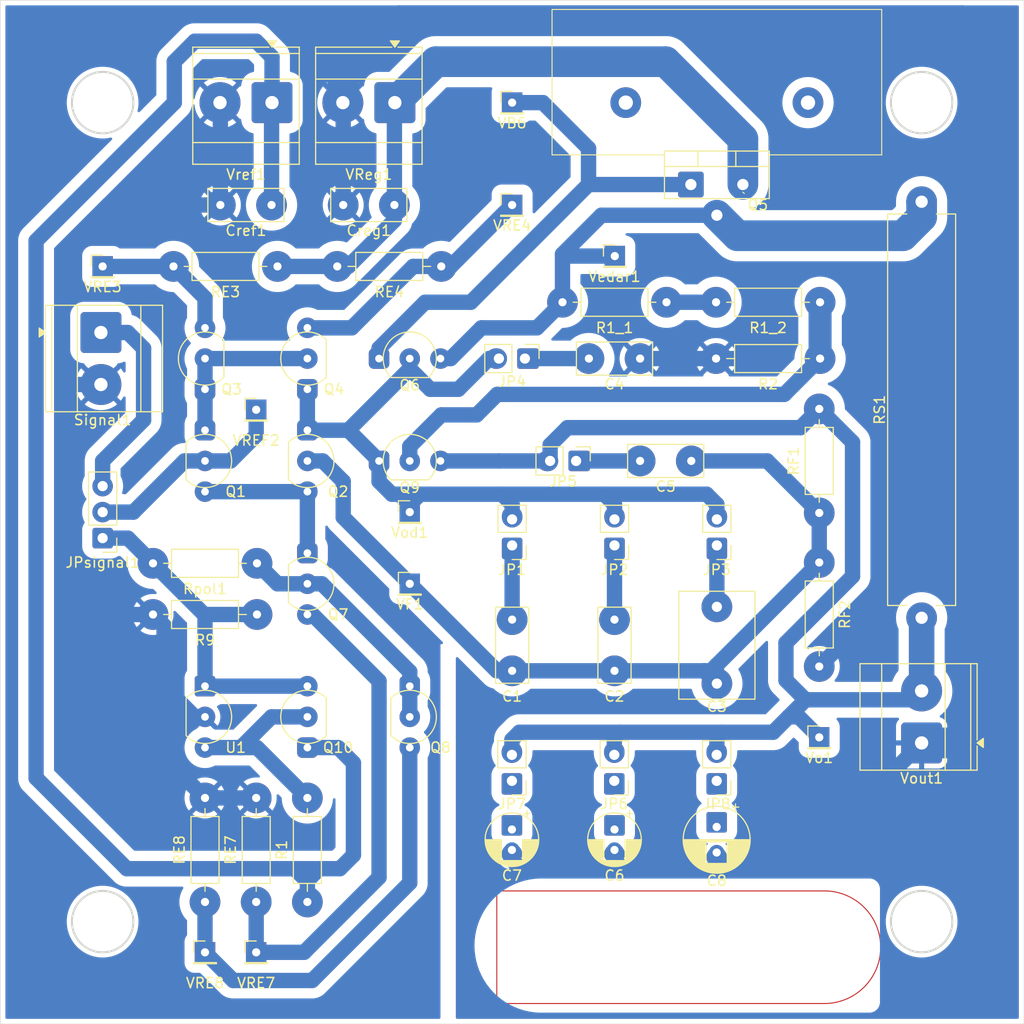
<source format=kicad_pcb>
(kicad_pcb (version 20241229) (generator "pcbnew") (generator_version "9.0")
  (layers (0 "F.Cu" signal) (2 "B.Cu" signal) (13 "F.Paste" user) (15 "B.Paste" user) (5 "F.SilkS" user "F.Silkscreen") (7 "B.SilkS" user "B.Silkscreen") (1 "F.Mask" user) (3 "B.Mask" user) (25 "Edge.Cuts" user))
  (net 0 "")
  (net 1 "GND")
  (net 2 "/Vf")
  (net 3 "Net-(JP5-A)")
  (net 4 "Net-(JP6-A)")
  (net 5 "Net-(JP1-A)")
  (net 6 "Net-(JP2-A)")
  (net 7 "Net-(Q1-C)")
  (net 8 "Net-(Q1-E)")
  (net 9 "Net-(Q3-E)")
  (net 10 "Net-(Q4-E)")
  (net 11 "/Vreg")
  (net 12 "Net-(Q5-C)")
  (net 13 "Net-(Q5-B)")
  (net 14 "Net-(Q7-E)")
  (net 15 "Net-(Q7-B)")
  (net 16 "Net-(Q8-E)")
  (net 17 "Net-(Q9-B)")
  (net 18 "Net-(Q10-C)")
  (net 19 "Net-(Q10-B)")
  (net 20 "Net-(R1_1-Pad2)")
  (net 21 "Net-(JP7-A)")
  (net 22 "Net-(JP8-A)")
  (net 23 "Net-(JP3-A)")
  (net 24 "Net-(JP4-A)")
  (net 25 "Net-(JP5-B)")
  (net 26 "Net-(JPsignal1-B)")
  (net 27 "Net-(JPsignal1-C)")
  (net 28 "/VTL431")
  (net 29 "Net-(JP1-B)")
  (footprint "Regulador_Lineal:Resistor_1_4W_L6.3mm_D2.5mm_P10.16mm_Horizontal" (layer "F.Cu") (at 60 29.5)
    (property "Reference" "R1_1" (at 0.01 2.5 0) (layer "F.SilkS"))
    (property "Value" "220")
    (pad "1" thru_hole circle (at -5.08 0) (size 3 3) (drill 0.8) (layers "*.Cu" "*.Mask") (net 12 "Net-(Q5-C)"))
    (pad "2" thru_hole circle (at 5.08 0) (size 3 3) (drill 0.8) (layers "*.Cu" "*.Mask") (net 20 "Net-(R1_1-Pad2)"))
  )
  (footprint "Regulador_Lineal:Resistor_1_4W_L6.3mm_D2.5mm_P10.16mm_Horizontal" (layer "F.Cu") (at 22 26 180)
    (property "Reference" "RE3" (at 0 -2.5 0) (layer "F.SilkS"))
    (property "Value" "470")
    (pad "1" thru_hole circle (at -5.08 0 180) (size 3 3) (drill 0.8) (layers "*.Cu" "*.Mask") (net 11 "/Vreg"))
    (pad "2" thru_hole circle (at 5.08 0 180) (size 3 3) (drill 0.8) (layers "*.Cu" "*.Mask") (net 9 "Net-(Q3-E)"))
  )
  (footprint "Regulador_Lineal:PinHeader_1x02_P2.54mm_Vertical" (layer "F.Cu") (at 69.98 75 180)
    (property "Reference" "JP8" (at 0 -3.5 0) (layer "F.SilkS"))
    (property "Value" "Lazo_V")
    (pad "1" thru_hole roundrect (at 0 -1.25 180) (size 2 2.1) (drill 1 (offset 0 -0.3)) (layers "*.Cu" "*.Mask") (roundrect_rratio 0.119047619) (net 22 "Net-(JP8-A)"))
    (pad "2" thru_hole oval (at 0 1.29 180) (size 2 2.1) (drill 1 (offset 0 0.26)) (layers "*.Cu" "*.Mask") (net 25 "Net-(JP5-B)"))
  )
  (footprint "Regulador_Lineal:Capacitor_electrolitico_1u_Radial_D5.0mm_P2.00mm" (layer "F.Cu") (at 60 82 -90)
    (property "Reference" "C6" (at 3.5 0 180) (layer "F.SilkS"))
    (property "Value" "1u")
    (pad "1" thru_hole roundrect (at -1 0 270) (size 2 2) (drill 0.8 (offset -0.4 0)) (layers "*.Cu" "*.Mask") (roundrect_rratio 0.1136363636) (net 4 "Net-(JP6-A)"))
    (pad "2" thru_hole oval (at 1 0 270) (size 2 2) (drill 0.8 (offset 0.4 0)) (layers "*.Cu" "*.Mask") (net 1 "GND"))
  )
  (footprint "Regulador_Lineal:Capacitor_1nf_L7.2mm_W3.0mm_P5.00mm_FKS2_FKP2_MKS2_MKP2" (layer "F.Cu") (at 50 63 -90)
    (property "Reference" "C1" (at 5 0 0) (layer "F.SilkS"))
    (property "Value" "1n")
    (pad "1" thru_hole circle (at -2.5 0 270) (size 3 3) (drill 0.8) (layers "*.Cu" "*.Mask") (net 5 "Net-(JP1-A)"))
    (pad "2" thru_hole circle (at 2.5 0 270) (size 3 3) (drill 0.8) (layers "*.Cu" "*.Mask") (net 2 "/Vf"))
  )
  (footprint "Regulador_Lineal:Pin_Vertical_1x01_P2.54mm_Vertical" (layer "F.Cu") (at 50 20)
    (property "Reference" "VRE4" (at 0 2 0) (layer "F.SilkS"))
    (property "Value" "Conn_01x01_Pin")
    (pad "1" thru_hole rect (at 0 0) (size 2 2) (drill 0.8) (layers "*.Cu" "*.Mask") (net 10 "Net-(Q4-E)"))
  )
  (footprint "Regulador_Lineal:Resistor_1_4W_L6.3mm_D2.5mm_P10.16mm_Horizontal" (layer "F.Cu") (at 75 35 180)
    (property "Reference" "R2" (at 0 -2.5 0) (layer "F.SilkS"))
    (property "Value" "10K")
    (pad "1" thru_hole circle (at -5.08 0 180) (size 3 3) (drill 0.8) (layers "*.Cu" "*.Mask") (net 17 "Net-(Q9-B)"))
    (pad "2" thru_hole circle (at 5.08 0 180) (size 3 3) (drill 0.8) (layers "*.Cu" "*.Mask") (net 1 "GND"))
  )
  (footprint "Regulador_Lineal:PinHeader_1x02_P2.54mm_Vertical" (layer "F.Cu") (at 70 52 180)
    (property "Reference" "JP3" (at 0 -3.63 0) (layer "F.SilkS"))
    (property "Value" "Lazo_V")
    (pad "1" thru_hole roundrect (at 0 -1.25 180) (size 2 2.1) (drill 1 (offset 0 -0.3)) (layers "*.Cu" "*.Mask") (roundrect_rratio 0.119047619) (net 23 "Net-(JP3-A)"))
    (pad "2" thru_hole oval (at 0 1.29 180) (size 2 2.1) (drill 1 (offset 0 0.26)) (layers "*.Cu" "*.Mask") (net 29 "Net-(JP1-B)"))
  )
  (footprint "Regulador_Lineal:Terminal_MKDS-3-2-5.08_1x02_P5.08mm_Horizontal" (layer "F.Cu") (at 38.545 10 180)
    (property "Reference" "VReg1" (at 2.54 -7.02 0) (layer "F.SilkS"))
    (property "Value" "Screw_Terminal_01x02")
    (pad "1" thru_hole roundrect (at 0 0 180) (size 4 4) (drill 1.3) (layers "*.Cu" "*.Mask") (roundrect_rratio 0.096154) (net 11 "/Vreg"))
    (pad "2" thru_hole circle (at 5.08 0 180) (size 4 4) (drill 1.3) (layers "*.Cu" "*.Mask") (net 1 "GND"))
  )
  (footprint "Regulador_Lineal:Terminal_MKDS-3-2-5.08_1x02_P5.08mm_Horizontal" (layer "F.Cu") (at 26.545 10 180)
    (property "Reference" "Vref1" (at 2.54 -7.02 0) (layer "F.SilkS"))
    (property "Value" "Screw_Terminal_01x02")
    (pad "1" thru_hole roundrect (at 0 0 180) (size 4 4) (drill 1.3) (layers "*.Cu" "*.Mask") (roundrect_rratio 0.096154) (net 18 "Net-(Q10-C)"))
    (pad "2" thru_hole circle (at 5.08 0 180) (size 4 4) (drill 1.3) (layers "*.Cu" "*.Mask") (net 1 "GND"))
  )
  (footprint "Regulador_Lineal:Terminal_MKDS-3-2-5.08_1x02_P5.08mm_Horizontal" (layer "F.Cu") (at 90 72.545 90)
    (property "Reference" "Vout1" (at -3.455 0 180) (layer "F.SilkS"))
    (property "Value" "Screw_Terminal_01x02")
    (pad "1" thru_hole roundrect (at 0 0 90) (size 4 4) (drill 1.3) (layers "*.Cu" "*.Mask") (roundrect_rratio 0.096154) (net 1 "GND"))
    (pad "2" thru_hole circle (at 5.08 0 90) (size 4 4) (drill 1.3) (layers "*.Cu" "*.Mask") (net 25 "Net-(JP5-B)"))
  )
  (footprint "Regulador_Lineal:BC547" (layer "F.Cu") (at 30 57 -90)
    (property "Reference" "Q7" (at 3 -3 180) (layer "F.SilkS"))
    (property "Value" "BC547")
    (pad "1" thru_hole roundrect (at -3 0 270) (size 2 2) (drill 0.75) (layers "*.Cu" "*.Mask") (roundrect_rratio 0.2380952381) (net 8 "Net-(Q1-E)"))
    (pad "2" thru_hole circle (at 0 0 270) (size 2 2) (drill 0.75) (layers "*.Cu" "*.Mask") (net 15 "Net-(Q7-B)"))
    (pad "3" thru_hole circle (at 3 0 270) (size 2 2) (drill 0.75) (layers "*.Cu" "*.Mask") (net 14 "Net-(Q7-E)"))
  )
  (footprint "Regulador_Lineal:BC547" (layer "F.Cu") (at 30 70 90)
    (property "Reference" "Q10" (at -3 3 180) (layer "F.SilkS"))
    (property "Value" "BC547")
    (pad "1" thru_hole roundrect (at -3 0 90) (size 2 2) (drill 0.75) (layers "*.Cu" "*.Mask") (roundrect_rratio 0.2380952381) (net 18 "Net-(Q10-C)"))
    (pad "2" thru_hole circle (at 0 0 90) (size 2 2) (drill 0.75) (layers "*.Cu" "*.Mask") (net 19 "Net-(Q10-B)"))
    (pad "3" thru_hole circle (at 3 0 90) (size 2 2) (drill 0.75) (layers "*.Cu" "*.Mask") (net 28 "/VTL431"))
  )
  (footprint "Regulador_Lineal:Resistor_1_4W_L6.3mm_D2.5mm_P10.16mm_Horizontal" (layer "F.Cu") (at 75 29.5)
    (property "Reference" "R1_2" (at 0 2.5 0) (layer "F.SilkS"))
    (property "Value" "4.7K")
    (pad "1" thru_hole circle (at -5.08 0) (size 3 3) (drill 0.8) (layers "*.Cu" "*.Mask") (net 20 "Net-(R1_1-Pad2)"))
    (pad "2" thru_hole circle (at 5.08 0) (size 3 3) (drill 0.8) (layers "*.Cu" "*.Mask") (net 17 "Net-(Q9-B)"))
  )
  (footprint "Regulador_Lineal:PinHeader_1x02_P2.54mm_Vertical" (layer "F.Cu") (at 49.98 75 180)
    (property "Reference" "JP7" (at 0 -3.5 0) (layer "F.SilkS"))
    (property "Value" "Lazo_V")
    (pad "1" thru_hole roundrect (at 0 -1.25 180) (size 2 2.1) (drill 1 (offset 0 -0.3)) (layers "*.Cu" "*.Mask") (roundrect_rratio 0.119047619) (net 21 "Net-(JP7-A)"))
    (pad "2" thru_hole oval (at 0 1.29 180) (size 2 2.1) (drill 1 (offset 0 0.26)) (layers "*.Cu" "*.Mask") (net 25 "Net-(JP5-B)"))
  )
  (footprint "Regulador_Lineal:Pin_Vertical_1x01_P2.54mm_Vertical" (layer "F.Cu") (at 40 57)
    (property "Reference" "VF1" (at 0 2 0) (layer "F.SilkS"))
    (property "Value" "Conn_01x01_Pin")
    (pad "1" thru_hole rect (at 0 0) (size 2 2) (drill 0.8) (layers "*.Cu" "*.Mask") (net 2 "/Vf"))
  )
  (footprint "Regulador_Lineal:Capacitor_10nf_L7.2mm_W3.0mm_P5.00mm_FKS2_FKP2_MKS2_MKP2" (layer "F.Cu") (at 65 45)
    (property "Reference" "C5" (at 0 2.5 0) (layer "F.SilkS"))
    (property "Value" "10n")
    (pad "1" thru_hole circle (at -2.5 0) (size 3 3) (drill 0.8) (layers "*.Cu" "*.Mask") (net 3 "Net-(JP5-A)"))
    (pad "2" thru_hole circle (at 2.5 0) (size 3 3) (drill 0.8) (layers "*.Cu" "*.Mask") (net 2 "/Vf"))
  )
  (footprint "Regulador_Lineal:Pin_Vertical_1x01_P2.54mm_Vertical" (layer "F.Cu") (at 25 93)
    (property "Reference" "VRE7" (at 0 3 0) (layer "F.SilkS"))
    (property "Value" "Conn_01x01_Pin")
    (pad "1" thru_hole rect (at 0 0) (size 2 2) (drill 0.8) (layers "*.Cu" "*.Mask") (net 14 "Net-(Q7-E)"))
  )
  (footprint "Regulador_Lineal:BC557" (layer "F.Cu") (at 30 35 90)
    (property "Reference" "Q4" (at -3 2.6 180) (layer "F.SilkS"))
    (property "Value" "BC557")
    (pad "1" thru_hole roundrect (at -3 0 90) (size 2 2) (drill 0.75) (layers "*.Cu" "*.Mask") (roundrect_rratio 0.2380952381) (net 29 "Net-(JP1-B)"))
    (pad "2" thru_hole circle (at 0 0 90) (size 2 2) (drill 0.75) (layers "*.Cu" "*.Mask") (net 7 "Net-(Q1-C)"))
    (pad "3" thru_hole circle (at 3 0 90) (size 2 2) (drill 0.75) (layers "*.Cu" "*.Mask") (net 10 "Net-(Q4-E)"))
  )
  (footprint "Regulador_Lineal:PinHeader_1x02_P2.54mm_Vertical" (layer "F.Cu") (at 55 45 -90)
    (property "Reference" "JP5" (at 2 0.02 180) (layer "F.SilkS"))
    (property "Value" "Lazo_V")
    (pad "1" thru_hole roundrect (at 0 -1.25 270) (size 2 2.1) (drill 1 (offset 0 -0.3)) (layers "*.Cu" "*.Mask") (roundrect_rratio 0.119047619) (net 3 "Net-(JP5-A)"))
    (pad "2" thru_hole oval (at 0 1.29 270) (size 2 2.1) (drill 1 (offset 0 0.26)) (layers "*.Cu" "*.Mask") (net 25 "Net-(JP5-B)"))
  )
  (footprint "Regulador_Lineal:Resistor_1_4W_L6.3mm_D2.5mm_P10.16mm_Horizontal" (layer "F.Cu") (at 80 45 -90)
    (property "Reference" "RF1" (at 0.01 2.5 90) (layer "F.SilkS"))
    (property "Value" "2.2K")
    (pad "1" thru_hole circle (at -5.08 0 270) (size 3 3) (drill 0.8) (layers "*.Cu" "*.Mask") (net 25 "Net-(JP5-B)"))
    (pad "2" thru_hole circle (at 5.08 0 270) (size 3 3) (drill 0.8) (layers "*.Cu" "*.Mask") (net 2 "/Vf"))
  )
  (footprint "Regulador_Lineal:Pin_Vertical_1x01_P2.54mm_Vertical" (layer "F.Cu") (at 40 50)
    (property "Reference" "Vod1" (at 0 2 0) (layer "F.SilkS"))
    (property "Value" "Conn_01x01_Pin")
    (pad "1" thru_hole rect (at 0 0) (size 2 2) (drill 0.8) (layers "*.Cu" "*.Mask") (net 29 "Net-(JP1-B)"))
  )
  (footprint "Regulador_Lineal:Facultad_derecha" (layer "F.Cu") (at 48.5 92.5)
    (property "Reference" "G***" (hide yes))
    (property "Value" "LOGO" (hide yes))
    (fp_line (start 0 -5.5) (end 0 5.5) (stroke (width 0.1)) (layer "F.Cu"))
    (fp_line (start 32 -5.5) (end 0 -5.5) (stroke (width 0.1)) (layer "F.Cu"))
    (fp_line (start 32 5.5) (end 0 5.5) (stroke (width 0.1)) (layer "F.Cu"))
    (fp_arc (start 32 -5.5) (mid 37.5 0) (end 32 5.5) (stroke (width 0.1)) (layer "F.Cu"))
  )
  (footprint "Regulador_Lineal:PinHeader_1x02_P2.54mm_Vertical" (layer "F.Cu") (at 59.98 75 180)
    (property "Reference" "JP6" (at 0 -3.5 0) (layer "F.SilkS"))
    (property "Value" "Lazo_V")
    (pad "1" thru_hole roundrect (at 0 -1.25 180) (size 2 2.1) (drill 1 (offset 0 -0.3)) (layers "*.Cu" "*.Mask") (roundrect_rratio 0.119047619) (net 4 "Net-(JP6-A)"))
    (pad "2" thru_hole oval (at 0 1.29 180) (size 2 2.1) (drill 1 (offset 0 0.26)) (layers "*.Cu" "*.Mask") (net 25 "Net-(JP5-B)"))
  )
  (footprint "Regulador_Lineal:TL431" (layer "F.Cu") (at 20 70 -90)
    (property "Reference" "U1" (at 3 -3 180) (layer "F.SilkS"))
    (property "Value" "TL431LP")
    (pad "1" thru_hole roundrect (at -3 0 270) (size 2 2) (drill 0.75) (layers "*.Cu" "*.Mask") (roundrect_rratio 0.125) (net 28 "/VTL431"))
    (pad "2" thru_hole circle (at 0 0 270) (size 2 2) (drill 0.75) (layers "*.Cu" "*.Mask") (net 1 "GND"))
    (pad "3" thru_hole circle (at 3 0 270) (size 2 2) (drill 0.75) (layers "*.Cu" "*.Mask") (net 19 "Net-(Q10-B)"))
  )
  (footprint "Regulador_Lineal:Resistor_1_4W_L6.3mm_D2.5mm_P10.16mm_Horizontal" (layer "F.Cu") (at 20 60 180)
    (property "Reference" "R9" (at 0 -2.5 0) (layer "F.SilkS"))
    (property "Value" "2.7k")
    (pad "1" thru_hole circle (at -5.08 0 180) (size 3 3) (drill 0.8) (layers "*.Cu" "*.Mask") (net 28 "/VTL431"))
    (pad "2" thru_hole circle (at 5.08 0 180) (size 3 3) (drill 0.8) (layers "*.Cu" "*.Mask") (net 1 "GND"))
  )
  (footprint "Regulador_Lineal:PinHeader_1x03_P2.54mm_Vertical" (layer "F.Cu") (at 10 52.54 180)
    (property "Reference" "JPsignal1" (at 0 -2.38 0) (layer "F.SilkS"))
    (property "Value" "Jumper_3_Open")
    (pad "1" thru_hole roundrect (at 0 0 180) (size 2 2) (drill 1) (layers "*.Cu" "*.Mask") (roundrect_rratio 0.125) (net 28 "/VTL431"))
    (pad "2" thru_hole oval (at 0 2.54 180) (size 2 2) (drill 1) (layers "*.Cu" "*.Mask") (net 27 "Net-(JPsignal1-C)"))
    (pad "3" thru_hole circle (at 0 5.08 180) (size 2 2) (drill 1) (layers "*.Cu" "*.Mask") (net 26 "Net-(JPsignal1-B)"))
  )
  (footprint "Regulador_Lineal:BC547" (layer "F.Cu") (at 40 35)
    (property "Reference" "Q6" (at 0 2.6 0) (layer "F.SilkS"))
    (property "Value" "BC547")
    (pad "1" thru_hole roundrect (at -3 0) (size 2 2) (drill 0.75) (layers "*.Cu" "*.Mask") (roundrect_rratio 0.2380952381) (net 13 "Net-(Q5-B)"))
    (pad "2" thru_hole circle (at 0 0) (size 2 2) (drill 0.75) (layers "*.Cu" "*.Mask") (net 29 "Net-(JP1-B)"))
    (pad "3" thru_hole circle (at 3 0) (size 2 2) (drill 0.75) (layers "*.Cu" "*.Mask") (net 12 "Net-(Q5-C)"))
  )
  (footprint "Regulador_Lineal:Capacitor_1nf_L7.2mm_W3.0mm_P5.00mm_FKS2_FKP2_MKS2_MKP2" (layer "F.Cu") (at 36 20 180)
    (property "Reference" "Creg1" (at 0 -2.5 0) (layer "F.SilkS"))
    (property "Value" "1n")
    (pad "1" thru_hole circle (at -2.5 0 180) (size 3 3) (drill 0.8) (layers "*.Cu" "*.Mask") (net 11 "/Vreg"))
    (pad "2" thru_hole circle (at 2.5 0 180) (size 3 3) (drill 0.8) (layers "*.Cu" "*.Mask") (net 1 "GND"))
  )
  (footprint "Regulador_Lineal:Capacitor_220n_Rect_L10.3mm_W7.2mm_P7.50mm_MKS4" (layer "F.Cu") (at 70 63 -90)
    (property "Reference" "C3" (at 6 0 180) (layer "F.SilkS"))
    (property "Value" "220n")
    (pad "1" thru_hole circle (at -3.75 0 270) (size 3 3) (drill 1) (layers "*.Cu" "*.Mask" "Eco1.User") (net 23 "Net-(JP3-A)"))
    (pad "2" thru_hole circle (at 3.75 0 270) (size 3 3) (drill 1) (layers "*.Cu" "*.Mask") (net 2 "/Vf"))
  )
  (footprint "Regulador_Lineal:Capacitor_electrolitico_22u_Radial_D6.3mm_P2.50mm" (layer "F.Cu") (at 69.98 82 -90)
    (property "Reference" "C8" (at 4 0 180) (layer "F.SilkS"))
    (property "Value" "15u")
    (pad "1" thru_hole roundrect (at -1.25 0 270) (size 2 2) (drill 0.8 (offset -0.45 0)) (layers "*.Cu" "*.Mask") (roundrect_rratio 0.1) (net 22 "Net-(JP8-A)"))
    (pad "2" thru_hole oval (at 1.25 0 270) (size 2 2) (drill 0.8 (offset 0.45 0)) (layers "*.Cu" "*.Mask") (net 1 "GND"))
  )
  (footprint "Regulador_Lineal:Pin_Vertical_1x01_P2.54mm_Vertical" (layer "F.Cu") (at 10 26)
    (property "Reference" "VRE3" (at 0 2 0) (layer "F.SilkS"))
    (property "Value" "Conn_01x01_Pin")
    (pad "1" thru_hole rect (at 0 0) (size 2 2) (drill 0.8) (layers "*.Cu" "*.Mask") (net 9 "Net-(Q3-E)"))
  )
  (footprint "Regulador_Lineal:TIP42" (layer "F.Cu") (at 70 18)
    (property "Reference" "Q5" (at 4 2 0) (layer "F.SilkS"))
    (property "Value" "TIP42C")
    (pad "1" thru_hole roundrect (at -2.54 0) (size 2.5 2.5) (drill 1.1) (layers "*.Cu" "*.Mask") (roundrect_rratio 0.1) (net 13 "Net-(Q5-B)"))
    (pad "2" thru_hole oval (at 0 3) (size 2.5 2.5) (drill 1.1) (layers "*.Cu" "*.Mask") (net 12 "Net-(Q5-C)"))
    (pad "3" thru_hole circle (at 2.54 0) (size 2.5 2.5) (drill 1.1) (layers "*.Cu" "*.Mask") (net 11 "/Vreg"))
    (pad "4" thru_hole circle (at -8.9 -8) (size 3 3) (drill 1.4) (layers "*.Cu" "*.Mask"))
    (pad "5" thru_hole circle (at 8.9 -8) (size 3 3) (drill 1.4) (layers "*.Cu" "*.Mask"))
  )
  (footprint "Regulador_Lineal:BC557" (layer "F.Cu") (at 20 35 90)
    (property "Reference" "Q3" (at -3 2.6 180) (layer "F.SilkS"))
    (property "Value" "BC557")
    (pad "1" thru_hole roundrect (at -3 0 90) (size 2 2) (drill 0.75) (layers "*.Cu" "*.Mask") (roundrect_rratio 0.2380952381) (net 7 "Net-(Q1-C)"))
    (pad "2" thru_hole circle (at 0 0 90) (size 2 2) (drill 0.75) (layers "*.Cu" "*.Mask") (net 7 "Net-(Q1-C)"))
    (pad "3" thru_hole circle (at 3 0 90) (size 2 2) (drill 0.75) (layers "*.Cu" "*.Mask") (net 9 "Net-(Q3-E)"))
  )
  (footprint "Regulador_Lineal:PinHeader_1x02_P2.54mm_Vertical" (layer "F.Cu") (at 50 52 180)
    (property "Reference" "JP1" (at 0 -3.63 0) (layer "F.SilkS"))
    (property "Value" "Lazo_V")
    (pad "1" thru_hole roundrect (at 0 -1.25 180) (size 2 2.1) (drill 1 (offset 0 -0.3)) (layers "*.Cu" "*.Mask") (roundrect_rratio 0.119047619) (net 5 "Net-(JP1-A)"))
    (pad "2" thru_hole oval (at 0 1.29 180) (size 2 2.1) (drill 1 (offset 0 0.26)) (layers "*.Cu" "*.Mask") (net 29 "Net-(JP1-B)"))
  )
  (footprint "Regulador_Lineal:Capacitor_electrolitico_2.2u_Radial_D5.0mm_P2.00mm" (layer "F.Cu") (at 49.98 82 -90)
    (property "Reference" "C7" (at 3.5 0 180) (layer "F.SilkS"))
    (property "Value" "2.2u")
    (pad "1" thru_hole roundrect (at -1 0 270) (size 2 2) (drill 0.8 (offset -0.4 0)) (layers "*.Cu" "*.Mask") (roundrect_rratio 0.1) (net 21 "Net-(JP7-A)"))
    (pad "2" thru_hole oval (at 1 0 270) (size 2 2) (drill 0.8 (offset 0.4 0)) (layers "*.Cu" "*.Mask") (net 1 "GND"))
  )
  (footprint "Regulador_Lineal:PinHeader_1x02_P2.54mm_Vertical" (layer "F.Cu") (at 50 35 -90)
    (property "Reference" "JP4" (at 2.25 0 0) (layer "F.SilkS"))
    (property "Value" "Lazo_I")
    (pad "1" thru_hole roundrect (at 0 -1.25 270) (size 2 2.1) (drill 1 (offset 0 -0.3)) (layers "*.Cu" "*.Mask") (roundrect_rratio 0.119047619) (net 24 "Net-(JP4-A)"))
    (pad "2" thru_hole oval (at 0 1.29 270) (size 2 2.1) (drill 1 (offset 0 0.26)) (layers "*.Cu" "*.Mask") (net 29 "Net-(JP1-B)"))
  )
  (footprint "Regulador_Lineal:PinHeader_1x02_P2.54mm_Vertical" (layer "F.Cu") (at 60 52 180)
    (property "Reference" "JP2" (at 0 -3.63 0) (layer "F.SilkS"))
    (property "Value" "Lazo_V")
    (pad "1" thru_hole roundrect (at 0 -1.25 180) (size 2 2.1) (drill 1 (offset 0 -0.3)) (layers "*.Cu" "*.Mask") (roundrect_rratio 0.119047619) (net 6 "Net-(JP2-A)"))
    (pad "2" thru_hole oval (at 0 1.29 180) (size 2 2.1) (drill 1 (offset 0 0.26)) (layers "*.Cu" "*.Mask") (net 29 "Net-(JP1-B)"))
  )
  (footprint "Regulador_Lineal:Resistor_1_4W_L6.3mm_D2.5mm_P10.16mm_Horizontal" (layer "F.Cu") (at 30 83 90)
    (property "Reference" "R1" (at 0 -2.5 90) (layer "F.SilkS"))
    (property "Value" "1k")
    (pad "1" thru_hole circle (at -5.08 0 90) (size 3 3) (drill 0.8) (layers "*.Cu" "*.Mask") (net 18 "Net-(Q10-C)"))
    (pad "2" thru_hole circle (at 5.08 0 90) (size 3 3) (drill 0.8) (layers "*.Cu" "*.Mask") (net 19 "Net-(Q10-B)"))
  )
  (footprint "Regulador_Lineal:BC547" (layer "F.Cu") (at 30 45 -90)
    (property "Reference" "Q2" (at 3 -3 180) (layer "F.SilkS"))
    (property "Value" "BC547")
    (pad "1" thru_hole roundrect (at -3 0 270) (size 2 2) (drill 0.75) (layers "*.Cu" "*.Mask") (roundrect_rratio 0.2380952381) (net 29 "Net-(JP1-B)"))
    (pad "2" thru_hole circle (at 0 0 270) (size 2 2) (drill 0.75) (layers "*.Cu" "*.Mask") (net 2 "/Vf"))
    (pad "3" thru_hole circle (at 3 0 270) (size 2 2) (drill 0.75) (layers "*.Cu" "*.Mask") (net 8 "Net-(Q1-E)"))
  )
  (footprint "Regulador_Lineal:BC547" (layer "F.Cu") (at 40 45)
    (property "Reference" "Q9" (at 0 2.6 0) (layer "F.SilkS"))
    (property "Value" "BC547")
    (pad "1" thru_hole roundrect (at -3 0) (size 2 2) (drill 0.75) (layers "*.Cu" "*.Mask") (roundrect_rratio 0.2380952381) (net 29 "Net-(JP1-B)"))
    (pad "2" thru_hole circle (at 0 0) (size 2 2) (drill 0.75) (layers "*.Cu" "*.Mask") (net 17 "Net-(Q9-B)"))
    (pad "3" thru_hole circle (at 3 0) (size 2 2) (drill 0.75) (layers "*.Cu" "*.Mask") (net 25 "Net-(JP5-B)"))
  )
  (footprint "Regulador_Lineal:Pin_Vertical_1x01_P2.54mm_Vertical" (layer "F.Cu") (at 20 93)
    (property "Reference" "VRE8" (at 0 3 0) (layer "F.SilkS"))
    (property "Value" "Conn_01x01_Pin")
    (pad "1" thru_hole rect (at 0 0) (size 2 2) (drill 0.8) (layers "*.Cu" "*.Mask") (net 16 "Net-(Q8-E)"))
  )
  (footprint "Regulador_Lineal:Pin_Vertical_1x01_P2.54mm_Vertical" (layer "F.Cu") (at 60.03 24.99)
    (property "Reference" "Vedar1" (at -0.03 2.01 0) (layer "F.SilkS"))
    (property "Value" "Conn_01x01_Pin")
    (pad "1" thru_hole rect (at 0 0) (size 2 2) (drill 0.8) (layers "*.Cu" "*.Mask") (net 12 "Net-(Q5-C)"))
  )
  (footprint "Regulador_Lineal:Pin_Vertical_1x01_P2.54mm_Vertical" (layer "F.Cu") (at 80 72)
    (property "Reference" "Vo1" (at 0 2 0) (layer "F.SilkS"))
    (property "Value" "Conn_01x01_Pin")
    (pad "1" thru_hole rect (at 0 0) (size 2 2) (drill 0.8) (layers "*.Cu" "*.Mask") (net 25 "Net-(JP5-B)"))
  )
  (footprint "Regulador_Lineal:Resistor_1_4W_L6.3mm_D2.5mm_P10.16mm_Horizontal" (layer "F.Cu") (at 38 26)
    (property "Reference" "RE4" (at 0 2.5 0) (layer "F.SilkS"))
    (property "Value" "470")
    (pad "1" thru_hole circle (at -5.08 0) (size 3 3) (drill 0.8) (layers "*.Cu" "*.Mask") (net 11 "/Vreg"))
    (pad "2" thru_hole circle (at 5.08 0) (size 3 3) (drill 0.8) (layers "*.Cu" "*.Mask") (net 10 "Net-(Q4-E)"))
  )
  (footprint "Regulador_Lineal:Capacitor_22nf_L7.2mm_W3.0mm_P5.00mm_FKS2_FKP2_MKS2_MKP2" (layer "F.Cu") (at 60 35)
    (property "Reference" "C4" (at 0 2.5 0) (layer "F.SilkS"))
    (property "Value" "22n")
    (pad "1" thru_hole circle (at -2.5 0) (size 3 3) (drill 0.8) (layers "*.Cu" "*.Mask") (net 24 "Net-(JP4-A)"))
    (pad "2" thru_hole circle (at 2.5 0) (size 3 3) (drill 0.8) (layers "*.Cu" "*.Mask") (net 1 "GND"))
  )
  (footprint "Regulador_Lineal:BC547" (layer "F.Cu") (at 20 45 -90)
    (property "Reference" "Q1" (at 3 -3 0) (layer "F.SilkS"))
    (property "Value" "BC547")
    (pad "1" thru_hole roundrect (at -3 0 270) (size 2 2) (drill 0.75) (layers "*.Cu" "*.Mask") (roundrect_rratio 0.2380952381) (net 7 "Net-(Q1-C)"))
    (pad "2" thru_hole circle (at 0 0 270) (size 2 2) (drill 0.75) (layers "*.Cu" "*.Mask") (net 27 "Net-(JPsignal1-C)"))
    (pad "3" thru_hole circle (at 3 0 270) (size 2 2) (drill 0.75) (layers "*.Cu" "*.Mask") (net 8 "Net-(Q1-E)"))
  )
  (footprint "Regulador_Lineal:Resistor_1_4W_L6.3mm_D2.5mm_P10.16mm_Horizontal" (layer "F.Cu") (at 20 55)
    (property "Reference" "Rpol1" (at 0 2.5 0) (layer "F.SilkS"))
    (property "Value" "1k")
    (pad "1" thru_hole circle (at -5.08 0) (size 3 3) (drill 0.8) (layers "*.Cu" "*.Mask") (net 28 "/VTL431"))
    (pad "2" thru_hole circle (at 5.08 0) (size 3 3) (drill 0.8) (layers "*.Cu" "*.Mask") (net 15 "Net-(Q7-B)"))
  )
  (footprint "Regulador_Lineal:Resistor_1_4W_L6.3mm_D2.5mm_P10.16mm_Horizontal" (layer "F.Cu") (at 25 83 -90)
    (property "Reference" "RE7" (at 0 2.5 90) (layer "F.SilkS"))
    (property "Value" "820")
    (pad "1" thru_hole circle (at -5.08 0 270) (size 3 3) (drill 0.8) (layers "*.Cu" "*.Mask") (net 1 "GND"))
    (pad "2" thru_hole circle (at 5.08 0 270) (size 3 3) (drill 0.8) (layers "*.Cu" "*.Mask") (net 14 "Net-(Q7-E)"))
  )
  (footprint "Regulador_Lineal:Resistor_1_4W_L6.3mm_D2.5mm_P10.16mm_Horizontal" (layer "F.Cu") (at 20 83 90)
    (property "Reference" "RE8" (at 0.01 -2.5 90) (layer "F.SilkS"))
    (property "Value" "820")
    (pad "1" thru_hole circle (at -5.08 0 90) (size 3 3) (drill 0.8) (layers "*.Cu" "*.Mask") (net 16 "Net-(Q8-E)"))
    (pad "2" thru_hole circle (at 5.08 0 90) (size 3 3) (drill 0.8) (layers "*.Cu" "*.Mask") (net 1 "GND"))
  )
  (footprint "Regulador_Lineal:Pin_Vertical_1x01_P2.54mm_Vertical" (layer "F.Cu") (at 50 10)
    (property "Reference" "VB6" (at 0 2 0) (layer "F.SilkS"))
    (property "Value" "Conn_01x01_Pin")
    (pad "1" thru_hole rect (at 0 0) (size 2 2) (drill 0.8) (layers "*.Cu" "*.Mask") (net 13 "Net-(Q5-B)"))
  )
  (footprint "Regulador_Lineal:Resistor_1_4W_L6.3mm_D2.5mm_P10.16mm_Horizontal" (layer "F.Cu") (at 80 60 -90)
    (property "Reference" "RF2" (at 0 -2.5 90) (layer "F.SilkS"))
    (property "Value" "2.2K")
    (pad "1" thru_hole circle (at -5.08 0 270) (size 3 3) (drill 0.8) (layers "*.Cu" "*.Mask") (net 2 "/Vf"))
    (pad "2" thru_hole circle (at 5.08 0 270) (size 3 3) (drill 0.8) (layers "*.Cu" "*.Mask") (net 1 "GND"))
  )
  (footprint "Regulador_Lineal:Pin_Vertical_1x01_P2.54mm_Vertical" (layer "F.Cu") (at 25 40)
    (property "Reference" "VREF2" (at 0 3 0) (layer "F.SilkS"))
    (property "Value" "Conn_01x01_Pin")
    (pad "1" thru_hole rect (at 0 0) (size 2 2) (drill 0.8) (layers "*.Cu" "*.Mask") (net 27 "Net-(JPsignal1-C)"))
  )
  (footprint "Regulador_Lineal:Terminal_MKDS-3-2-5.08_1x02_P5.08mm_Horizontal" (layer "F.Cu") (at 9.8325 32.455 -90)
    (property "Reference" "Signal1" (at 8.545 -0.1675 0) (layer "F.SilkS"))
    (property "Value" "Screw_Terminal_01x02")
    (pad "1" thru_hole roundrect (at 0 0 270) (size 4 4) (drill 1.3) (layers "*.Cu" "*.Mask") (roundrect_rratio 0.096154) (net 26 "Net-(JPsignal1-B)"))
    (pad "2" thru_hole circle (at 5.08 0 270) (size 4 4) (drill 1.3) (layers "*.Cu" "*.Mask") (net 1 "GND"))
  )
  (footprint "Regulador_Lineal:BC547" (layer "F.Cu") (at 40 70 -90)
    (property "Reference" "Q8" (at 3 -3 180) (layer "F.SilkS"))
    (property "Value" "BC547")
    (pad "1" thru_hole roundrect (at -3 0 270) (size 2 2) (drill 0.75) (layers "*.Cu" "*.Mask") (roundrect_rratio 0.2380952381) (net 15 "Net-(Q7-B)"))
    (pad "2" thru_hole circle (at 0 0 270) (size 2 2) (drill 0.75) (layers "*.Cu" "*.Mask") (net 15 "Net-(Q7-B)"))
    (pad "3" thru_hole circle (at 3 0 270) (size 2 2) (drill 0.75) (layers "*.Cu" "*.Mask") (net 16 "Net-(Q8-E)"))
  )
  (footprint "Regulador_Lineal:R_Axial_Power_L38.0mm_W6.4mm_P40.64mm" (layer "F.Cu") (at 90 40 -90)
    (property "Reference" "RS1" (at 0 4.1 90) (layer "F.SilkS"))
    (property "Value" "2.2")
    (pad "1" thru_hole circle (at -20.32 0 270) (size 3 3) (drill 1.2) (layers "*.Cu" "*.Mask") (net 12 "Net-(Q5-C)"))
    (pad "2" thru_hole circle (at 20.32 0 270) (size 3 3) (drill 1.2) (layers "*.Cu" "*.Mask") (net 25 "Net-(JP5-B)"))
  )
  (footprint "Regulador_Lineal:Capacitor_10nf_L7.2mm_W3.0mm_P5.00mm_FKS2_FKP2_MKS2_MKP2" (layer "F.Cu") (at 60 63 -90)
    (property "Reference" "C2" (at 5 0 180) (layer "F.SilkS"))
    (property "Value" "10n")
    (pad "1" thru_hole circle (at -2.5 0 270) (size 3 3) (drill 0.8) (layers "*.Cu" "*.Mask") (net 6 "Net-(JP2-A)"))
    (pad "2" thru_hole circle (at 2.5 0 270) (size 3 3) (drill 0.8) (layers "*.Cu" "*.Mask") (net 2 "/Vf"))
  )
  (footprint "Regulador_Lineal:Capacitor_1nf_L7.2mm_W3.0mm_P5.00mm_FKS2_FKP2_MKS2_MKP2" (layer "F.Cu") (at 24 20 180)
    (property "Reference" "Cref1" (at 0 -2.5 180) (layer "F.SilkS"))
    (property "Value" "1n")
    (pad "1" thru_hole circle (at -2.5 0 180) (size 3 3) (drill 0.8) (layers "*.Cu" "*.Mask") (net 18 "Net-(Q10-C)"))
    (pad "2" thru_hole circle (at 2.5 0 180) (size 3 3) (drill 0.8) (layers "*.Cu" "*.Mask") (net 1 "GND"))
  )
  (gr_circle (center 90 10) (end 92 12.236068) (stroke (width 0.2)) (fill no) (layer "Edge.Cuts"))
  (gr_circle (center 10 90) (end 12 92.236068) (stroke (width 0.2)) (fill no) (layer "Edge.Cuts"))
  (gr_rect (start 0 0) (end 100 100) (stroke (width 0.05)) (fill no) (layer "Edge.Cuts"))
  (gr_circle (center 90 90) (end 92 92.236068) (stroke (width 0.2)) (fill no) (layer "Edge.Cuts"))
  (gr_circle (center 10 10) (end 12 12.236068) (stroke (width 0.2)) (fill no) (layer "Edge.Cuts"))
  (segment (start 6 24.536948) (end 6 36.530927) (width 1.5) (layer "B.Cu") (net 1))
  (segment (start 75 34) (end 75 29) (width 1.5) (layer "B.Cu") (net 1))
  (segment (start 93.955 72.545) (end 90 72.545) (width 3) (layer "B.Cu") (net 1))
  (segment (start 11 60) (end 6 55) (width 1.5) (layer "B.Cu") (net 1))
  (segment (start 6 38.539073) (end 7.004073 37.535) (width 1.5) (layer "B.Cu") (net 1))
  (segment (start 97 56.5) (end 97 69.5) (width 3) (layer "B.Cu") (net 1))
  (segment (start 6 55) (end 6 38.539073) (width 1.5) (layer "B.Cu") (net 1))
  (segment (start 25 77.92) (end 20 77.92) (width 1.5) (layer "B.Cu") (net 1))
  (segment (start 93.999 1.999) (end 97 5) (width 3) (layer "B.Cu") (net 1))
  (segment (start 21.5 10.035) (end 21.465 10) (width 1.5) (layer "B.Cu") (net 1))
  (segment (start 21.5 20) (end 21.5 10.035) (width 1.5) (layer "B.Cu") (net 1))
  (segment (start 38.971 1.999) (end 93.999 1.999) (width 3) (layer "B.Cu") (net 1))
  (segment (start 69.92 35) (end 74 35) (width 1.5) (layer "B.Cu") (net 1))
  (segment (start 16 73) (end 19 70) (width 1.5) (layer "B.Cu") (net 1))
  (segment (start 74 35) (end 75 34) (width 1.5) (layer "B.Cu") (net 1))
  (segment (start 19 70) (end 16 67) (width 1.5) (layer "B.Cu") (net 1))
  (segment (start 69.98 83.98) (end 71 85) (width 1.5) (layer "B.Cu") (net 1))
  (segment (start 33.5 20) (end 33.5 10.035) (width 1.5) (layer "B.Cu") (net 1))
  (segment (start 60 83) (end 60 84) (width 1.5) (layer "B.Cu") (net 1))
  (segment (start 97 26) (end 97 27) (width 1.5) (layer "B.Cu") (net 1))
  (segment (start 7.004073 37.535) (end 9.8325 37.535) (width 1.5) (layer "B.Cu") (net 1))
  (segment (start 62.5 35) (end 69.92 35) (width 1.5) (layer "B.Cu") (net 1))
  (segment (start 97 5) (end 97 27) (width 3) (layer "B.Cu") (net 1))
  (segment (start 88.58 56.5) (end 97 56.5) (width 1.5) (layer "B.Cu") (net 1))
  (segment (start 61 85) (end 71 85) (width 1.5) (layer "B.Cu") (net 1))
  (segment (start 51 85) (end 61 85) (width 1.5) (layer "B.Cu") (net 1))
  (segment (start 80 65.08) (end 88.58 56.5) (width 1.5) (layer "B.Cu") (net 1))
  (segment (start 33.5 10.035) (end 33.465 10) (width 1.5) (layer "B.Cu") (net 1))
  (segment (start 97 27) (end 97 56.5) (width 3) (layer "B.Cu") (net 1))
  (segment (start 16 73.92) (end 16 73) (width 1.5) (layer "B.Cu") (net 1))
  (segment (start 16 61.08) (end 14.92 60) (width 1.5) (layer "B.Cu") (net 1))
  (segment (start 49.98 83) (end 49.98 83.98) (width 1.5) (layer "B.Cu") (net 1))
  (segment (start 14.92 60) (end 11 60) (width 1.5) (layer "B.Cu") (net 1))
  (segment (start 69.98 83.25) (end 69.98 83.98) (width 1.5) (layer "B.Cu") (net 1))
  (segment (start 21.5 20) (end 10.536948 20) (width 1.5) (layer "B.Cu") (net 1))
  (segment (start 10.536948 20) (end 6 24.536948) (width 1.5) (layer "B.Cu") (net 1))
  (segment (start 97 69.5) (end 93.955 72.545) (width 3) (layer "B.Cu") (net 1))
  (segment (start 20 77.92) (end 16 73.92) (width 1.5) (layer "B.Cu") (net 1))
  (segment (start 77.545 85) (end 90 72.545) (width 1.5) (layer "B.Cu") (net 1))
  (segment (start 33.465 7.505) (end 38.971 1.999) (width 3) (layer "B.Cu") (net 1))
  (segment (start 19 70) (end 20 70) (width 1.5) (layer "B.Cu") (net 1))
  (segment (start 16 67) (end 16 61.08) (width 1.5) (layer "B.Cu") (net 1))
  (segment (start 33.465 10) (end 33.465 7.505) (width 3) (layer "B.Cu") (net 1))
  (segment (start 49.98 83.98) (end 51 85) (width 1.5) (layer "B.Cu") (net 1))
  (segment (start 6 36.530927) (end 7.004073 37.535) (width 1.5) (layer "B.Cu") (net 1))
  (segment (start 71 85) (end 77.545 85) (width 1.5) (layer "B.Cu") (net 1))
  (segment (start 60 84) (end 61 85) (width 1.5) (layer "B.Cu") (net 1))
  (segment (start 31.5 45) (end 30 45) (width 1.5) (layer "B.Cu") (net 2))
  (segment (start 69.96 64.96) (end 80 54.92) (width 1.5) (layer "B.Cu") (net 2))
  (segment (start 50 66) (end 49.865678 66) (width 1.5) (layer "B.Cu") (net 2))
  (segment (start 68.75 65.5) (end 69.42 65.5) (width 1.5) (layer "B.Cu") (net 2))
  (segment (start 70 66.75) (end 68.75 65.5) (width 1.5) (layer "B.Cu") (net 2))
  (segment (start 68.75 65.5) (end 60 65.5) (width 1.5) (layer "B.Cu") (net 2))
  (segment (start 74.92 45) (end 80 50.08) (width 1.5) (layer "B.Cu") (net 2))
  (segment (start 69.96 66.71) (end 70 66.75) (width 1.5) (layer "B.Cu") (net 2))
  (segment (start 69.96 64.96) (end 69.96 66.71) (width 1.5) (layer "B.Cu") (net 2))
  (segment (start 67.5 45) (end 68 45.5) (width 1.5) (layer "B.Cu") (net 2))
  (segment (start 60 65.5) (end 50 65.5) (width 1.5) (layer "B.Cu") (net 2))
  (segment (start 33.5 47) (end 31.5 45) (width 1.5) (layer "B.Cu") (net 2))
  (segment (start 67.5 45) (end 74.92 45) (width 1.5) (layer "B.Cu") (net 2))
  (segment (start 69.42 65.5) (end 69.96 64.96) (width 1.5) (layer "B.Cu") (net 2))
  (segment (start 50 65.5) (end 48.5 65.5) (width 1.5) (layer "B.Cu") (net 2))
  (segment (start 80 50.08) (end 80 54.92) (width 1.5) (layer "B.Cu") (net 2))
  (segment (start 33.5 50.5) (end 33.5 47) (width 1.5) (layer "B.Cu") (net 2))
  (segment (start 48.5 65.5) (end 33.5 50.5) (width 1.5) (layer "B.Cu") (net 2))
  (segment (start 56.25 45) (end 62.5 45) (width 1.5) (layer "B.Cu") (net 3))
  (segment (start 50 60.5) (end 50 53.25) (width 1.5) (layer "B.Cu") (net 5))
  (segment (start 60 60.5) (end 60 53.25) (width 1.5) (layer "B.Cu") (net 6))
  (segment (start 20 35) (end 30 35) (width 1.5) (layer "B.Cu") (net 7))
  (segment (start 20 38) (end 20 35) (width 1.5) (layer "B.Cu") (net 7))
  (segment (start 20 42) (end 20 38) (width 1.5) (layer "B.Cu") (net 7))
  (segment (start 20 48) (end 30 48) (width 1.5) (layer "B.Cu") (net 8))
  (segment (start 30 54) (end 30 48) (width 1.5) (layer "B.Cu") (net 8))
  (segment (start 20 29.08) (end 16.92 26) (width 1.5) (layer "B.Cu") (net 9))
  (segment (start 20 32) (end 20 29.08) (width 1.5) (layer "B.Cu") (net 9))
  (segment (start 10 26) (end 16.92 26) (width 1.5) (layer "B.Cu") (net 9))
  (segment (start 43.08 26) (end 44 26) (width 1.5) (layer "B.Cu") (net 10))
  (segment (start 43.08 26) (end 40.329 26) (width 1.5) (layer "B.Cu") (net 10))
  (segment (start 44 26) (end 50 20) (width 1.5) (layer "B.Cu") (net 10))
  (segment (start 40.329 26) (end 34.329 32) (width 1.5) (layer "B.Cu") (net 10))
  (segment (start 34.329 32) (end 30 32) (width 1.5) (layer "B.Cu") (net 10))
  (segment (start 34 26) (end 38.5 21.5) (width 1.5) (layer "B.Cu") (net 11))
  (segment (start 65 6) (end 42.545 6) (width 3) (layer "B.Cu") (net 11))
  (segment (start 42.545 6) (end 38.545 10) (width 3) (layer "B.Cu") (net 11))
  (segment (start 72.54 13.54) (end 65 6) (width 3) (layer "B.Cu") (net 11))
  (segment (start 32.92 26) (end 34 26) (width 1.5) (layer "B.Cu") (net 11))
  (segment (start 38.5 10.045) (end 38.545 10) (width 1.5) (layer "B.Cu") (net 11))
  (segment (start 38.5 21.5) (end 38.5 20) (width 1.5) (layer "B.Cu") (net 11))
  (segment (start 72.54 18) (end 72.54 13.54) (width 3) (layer "B.Cu") (net 11))
  (segment (start 27.08 26) (end 32.92 26) (width 1.5) (layer "B.Cu") (net 11))
  (segment (start 38.5 20) (end 38.5 10.045) (width 1.5) (layer "B.Cu") (net 11))
  (segment (start 72 23) (end 70 21) (width 3) (layer "B.Cu") (net 12))
  (segment (start 43 35) (end 44 35) (width 1.5) (layer "B.Cu") (net 12))
  (segment (start 58.72 21) (end 70 21) (width 1.5) (layer "B.Cu") (net 12))
  (segment (start 54.92 29.5) (end 54.92 24.8) (width 1.5) (layer "B.Cu") (net 12))
  (segment (start 52.42 32) (end 54.92 29.5) (width 1.5) (layer "B.Cu") (net 12))
  (segment (start 47 32) (end 52.42 32) (width 1.5) (layer "B.Cu") (net 12))
  (segment (start 88.18 23) (end 72 23) (width 3) (layer "B.Cu") (net 12))
  (segment (start 60.03 24.99) (end 55.11 24.99) (width 1.5) (layer "B.Cu") (net 12))
  (segment (start 44 35) (end 47 32) (width 1.5) (layer "B.Cu") (net 12))
  (segment (start 54.92 24.8) (end 58.72 21) (width 1.5) (layer "B.Cu") (net 12))
  (segment (start 90 21.18) (end 90 19.68) (width 3) (layer "B.Cu") (net 12))
  (segment (start 90 21.18) (end 88.18 23) (width 3) (layer "B.Cu") (net 12))
  (segment (start 57.463052 18) (end 67.46 18) (width 1.5) (layer "B.Cu") (net 13))
  (segment (start 37 35) (end 37 34) (width 1.5) (layer "B.Cu") (net 13))
  (segment (start 37 34) (end 41.5 29.5) (width 1.5) (layer "B.Cu") (net 13))
  (segment (start 45.963052 29.5) (end 57.463052 18) (width 1.5) (layer "B.Cu") (net 13))
  (segment (start 50 10) (end 53 10) (width 1.5) (layer "B.Cu") (net 13))
  (segment (start 41.5 29.5) (end 45.963052 29.5) (width 1.5) (layer "B.Cu") (net 13))
  (segment (start 53 10) (end 57.463052 14.463052) (width 1.5) (layer "B.Cu") (net 13))
  (segment (start 57.463052 14.463052) (end 57.463052 18) (width 1.5) (layer "B.Cu") (net 13))
  (segment (start 25 88.08) (end 25 93) (width 1.5) (layer "B.Cu") (net 14))
  (segment (start 25 93) (end 29.677609 93) (width 1.5) (layer "B.Cu") (net 14))
  (segment (start 37 66.5) (end 30.5 60) (width 1.5) (layer "B.Cu") (net 14))
  (segment (start 37 85.677609) (end 37 66.5) (width 1.5) (layer "B.Cu") (net 14))
  (segment (start 29.677609 93) (end 37 85.677609) (width 1.5) (layer "B.Cu") (net 14))
  (segment (start 30.5 60) (end 30 60) (width 1.5) (layer "B.Cu") (net 14))
  (segment (start 40 70) (end 40 67) (width 1.5) (layer "B.Cu") (net 15))
  (segment (start 31.414213 57) (end 30 57) (width 1.5) (layer "B.Cu") (net 15))
  (segment (start 30 57) (end 27.08 57) (width 1.5) (layer "B.Cu") (net 15))
  (segment (start 27.08 57) (end 25.08 55) (width 1.5) (layer "B.Cu") (net 15))
  (segment (start 40 65.585787) (end 39.957106 65.542894) (width 1.5) (layer "B.Cu") (net 15))
  (segment (start 40 65.585787) (end 40 67) (width 1.5) (layer "B.Cu") (net 15))
  (segment (start 39.957106 65.542894) (end 31.414213 57) (width 1.5) (layer "B.Cu") (net 15))
  (segment (start 39.957106 65.542894) (end 40 65.585788) (width 1.5) (layer "B.Cu") (net 15))
  (segment (start 22.751 95.751) (end 30.463557 95.751) (width 1.5) (layer "B.Cu") (net 16))
  (segment (start 20 88.08) (end 20 93) (width 1.5) (layer "B.Cu") (net 16))
  (segment (start 20 93) (end 22.751 95.751) (width 1.5) (layer "B.Cu") (net 16))
  (segment (start 40 86.214557) (end 40 73) (width 1.5) (layer "B.Cu") (net 16))
  (segment (start 30.463557 95.751) (end 40 86.214557) (width 1.5) (layer "B.Cu") (net 16))
  (segment (start 40 43.585787) (end 43.084787 40.501) (width 1.5) (layer "B.Cu") (net 17))
  (segment (start 80.08 35) (end 80.08 29.5) (width 2.25) (layer "B.Cu") (net 17))
  (segment (start 43.084787 40.501) (end 46.535948 40.501) (width 1.5) (layer "B.Cu") (net 17))
  (segment (start 46.535948 40.501) (end 48.536948 38.5) (width 1.5) (layer "B.Cu") (net 17))
  (segment (start 76.58 38.5) (end 80.08 35) (width 1.5) (layer "B.Cu") (net 17))
  (segment (start 40 45) (end 40 43.585787) (width 1.5) (layer "B.Cu") (net 17))
  (segment (start 48.536948 38.5) (end 76.58 38.5) (width 1.5) (layer "B.Cu") (net 17))
  (segment (start 19 4) (end 17 6) (width 1.5) (layer "B.Cu") (net 18))
  (segment (start 26.545 10) (end 26.545 5.545) (width 1.5) (layer "B.Cu") (net 18))
  (segment (start 26.545 5.545) (end 25 4) (width 1.5) (layer "B.Cu") (net 18))
  (segment (start 33 73) (end 30 73) (width 1.5) (layer "B.Cu") (net 18))
  (segment (start 26.5 20) (end 26.5 10.045) (width 1.5) (layer "B.Cu") (net 18))
  (segment (start 26.5 10.045) (end 26.545 10) (width 1.5) (layer "B.Cu") (net 18))
  (segment (start 12.358499 84.829) (end 26.749 84.829) (width 1.5) (layer "B.Cu") (net 18))
  (segment (start 17 10) (end 3.499 23.501) (width 1.5) (layer "B.Cu") (net 18))
  (segment (start 34.499 74.499) (end 33 73) (width 1.5) (layer "B.Cu") (net 18))
  (segment (start 30 86.079) (end 28.75 84.829) (width 1.5) (layer "B.Cu") (net 18))
  (segment (start 3.499 23.501) (end 3.499 75.969501) (width 1.5) (layer "B.Cu") (net 18))
  (segment (start 30 88.08) (end 30 86.079) (width 1.5) (layer "B.Cu") (net 18))
  (segment (start 28.75 84.829) (end 26.749 84.829) (width 1.5) (layer "B.Cu") (net 18))
  (segment (start 34.499 83.501) (end 34.499 74.499) (width 1.5) (layer "B.Cu") (net 18))
  (segment (start 25 4) (end 19 4) (width 1.5) (layer "B.Cu") (net 18))
  (segment (start 17 6) (end 17 10) (width 1.5) (layer "B.Cu") (net 18))
  (segment (start 33.171 84.829) (end 34.499 83.501) (width 1.5) (layer "B.Cu") (net 18))
  (segment (start 31.171 84.829) (end 33.171 84.829) (width 1.5) (layer "B.Cu") (net 18))
  (segment (start 30 86.079) (end 30 86) (width 1.5) (layer "B.Cu") (net 18))
  (segment (start 26.749 84.829) (end 31.171 84.829) (width 1.5) (layer "B.Cu") (net 18))
  (segment (start 30 86) (end 31.171 84.829) (width 1.5) (layer "B.Cu") (net 18))
  (segment (start 3.499 75.969501) (end 12.358499 84.829) (width 1.5) (layer "B.Cu") (net 18))
  (segment (start 30 70) (end 26.5 70) (width 1.5) (layer "B.Cu") (net 19))
  (segment (start 30 77.92) (end 25.08 73) (width 1.5) (layer "B.Cu") (net 19))
  (segment (start 25.08 73) (end 23.5 73) (width 1.5) (layer "B.Cu") (net 19))
  (segment (start 26.5 70) (end 23.5 73) (width 1.5) (layer "B.Cu") (net 19))
  (segment (start 19.92 73.08) (end 20 73) (width 1.5) (layer "B.Cu") (net 19))
  (segment (start 30 77.42) (end 30.08 77.5) (width 1.5) (layer "B.Cu") (net 19))
  (segment (start 23.5 73) (end 20 73) (width 1.5) (layer "B.Cu") (net 19))
  (segment (start 69.92 29.5) (end 65.08 29.5) (width 1.5) (layer "B.Cu") (net 20))
  (segment (start 70 59.25) (end 70 53.25) (width 1.5) (layer "B.Cu") (net 23))
  (segment (start 57.5 35) (end 51.25 35) (width 1.5) (layer "B.Cu") (net 24))
  (segment (start 70.5 71.5) (end 70 72) (width 1.5) (layer "B.Cu") (net 25))
  (segment (start 70 73.69) (end 69.98 73.71) (width 1.5) (layer "B.Cu") (net 25))
  (segment (start 89.134 68.331) (end 90 67.465) (width 1.5) (layer "B.Cu") (net 25))
  (segment (start 53.71 43.446588) (end 55.407588 41.749) (width 1.5) (layer "B.Cu") (net 25))
  (segment (start 77 70) (end 78.669 68.331) (width 1.5) (layer "B.Cu") (net 25))
  (segment (start 60.5 71.5) (end 75.5 71.5) (width 1.5) (layer "B.Cu") (net 25))
  (segment (start 60.5 71.5) (end 50.71 71.5) (width 1.5) (layer "B.Cu") (net 25))
  (segment (start 83.251 56.266609) (end 83.251 43.171) (width 1.5) (layer "B.Cu") (net 25))
  (segment (start 43 45) (end 48.71 45) (width 1.5) (layer "B.Cu") (net 25))
  (segment (start 59.98 73.71) (end 59.98 72.02) (width 1.5) (layer "B.Cu") (net 25))
  (segment (start 78.171 41.749) (end 80 39.92) (width 1.5) (layer "B.Cu") (net 25))
  (segment (start 90 67.465) (end 90 60.32) (width 2.5) (layer "B.Cu") (net 25))
  (segment (start 53.71 45) (end 48.71 45) (width 1.5) (layer "B.Cu") (net 25))
  (segment (start 59.98 72.02) (end 60.5 71.5) (width 1.5) (layer "B.Cu") (net 25))
  (segment (start 75.5 71.5) (end 77 70) (width 1.5) (layer "B.Cu") (net 25))
  (segment (start 83.251 43.171) (end 80 39.92) (width 1.5) (layer "B.Cu") (net 25))
  (segment (start 76.749 66.426609) (end 78.653391 68.331) (width 1.5) (layer "B.Cu") (net 25))
  (segment (start 76.749 62.768609) (end 83.251 56.266609) (width 1.5) (layer "B.Cu") (net 25))
  (segment (start 78.669 68.331) (end 89.134 68.331) (width 1.5) (layer "B.Cu") (net 25))
  (segment (start 78.653391 68.331) (end 78.669 68.331) (width 1.5) (layer "B.Cu") (net 25))
  (segment (start 78 70) (end 77 70) (width 1.5) (layer "B.Cu") (net 25))
  (segment (start 55.407588 41.749) (end 78.171 41.749) (width 1.5) (layer "B.Cu") (net 25))
  (segment (start 80 72) (end 78 70) (width 1.5) (layer "B.Cu") (net 25))
  (segment (start 70 72) (end 70 73.69) (width 1.5) (layer "B.Cu") (net 25))
  (segment (start 50.71 71.5) (end 49.98 72.23) (width 1.5) (layer "B.Cu") (net 25))
  (segment (start 76.749 62.768609) (end 76.749 66.426609) (width 1.5) (layer "B.Cu") (net 25))
  (segment (start 53.71 45) (end 53.71 43.446588) (width 1.5) (layer "B.Cu") (net 25))
  (segment (start 49.98 72.23) (end 49.98 73.71) (width 1.5) (layer "B.Cu") (net 25))
  (segment (start 14 41) (end 14 34) (width 1.5) (layer "B.Cu") (net 26))
  (segment (start 10 45) (end 14 41) (width 1.5) (layer "B.Cu") (net 26))
  (segment (start 14 34) (end 12.455 32.455) (width 1.5) (layer "B.Cu") (net 26))
  (segment (start 10 47.46) (end 10 45) (width 1.5) (layer "B.Cu") (net 26))
  (segment (start 12.455 32.455) (end 9.8325 32.455) (width 1.5) (layer "B.Cu") (net 26))
  (segment (start 13 50) (end 18 45) (width 1.5) (layer "B.Cu") (net 27))
  (segment (start 22.5 45) (end 20 45) (width 1.5) (layer "B.Cu") (net 27))
  (segment (start 10 50) (end 13 50) (width 1.5) (layer "B.Cu") (net 27))
  (segment (start 25 40) (end 25 42.5) (width 1.5) (layer "B.Cu") (net 27))
  (segment (start 18 45) (end 20 45) (width 1.5) (layer "B.Cu") (net 27))
  (segment (start 25 42.5) (end 22.5 45) (width 1.5) (layer "B.Cu") (net 27))
  (segment (start 20 67) (end 20 60.08) (width 1.5) (layer "B.Cu") (net 28))
  (segment (start 25.08 60) (end 20.08 60) (width 1.5) (layer "B.Cu") (net 28))
  (segment (start 20 60.08) (end 14.92 55) (width 1.5) (layer "B.Cu") (net 28))
  (segment (start 12.46 52.54) (end 14.92 55) (width 1.5) (layer "B.Cu") (net 28))
  (segment (start 20.08 60) (end 20 60.08) (width 1.5) (layer "B.Cu") (net 28))
  (segment (start 30 67) (end 20 67) (width 1.5) (layer "B.Cu") (net 28))
  (segment (start 10 52.54) (end 12.46 52.54) (width 1.5) (layer "B.Cu") (net 28))
  (segment (start 48.71 35) (end 47.75 35) (width 1.5) (layer "B.Cu") (net 29))
  (segment (start 70 50.71) (end 70 49.25) (width 1.5) (layer "B.Cu") (net 29))
  (segment (start 47.75 35) (end 44.75 38) (width 1.5) (layer "B.Cu") (net 29))
  (segment (start 40 48.251) (end 41 48.251) (width 1.5) (layer "B.Cu") (net 29))
  (segment (start 41 48.251) (end 49 48.251) (width 1.5) (layer "B.Cu") (net 29))
  (segment (start 44.75 38) (end 42 38) (width 1.5) (layer "B.Cu") (net 29))
  (segment (start 30 42) (end 34 42) (width 1.5) (layer "B.Cu") (net 29))
  (segment (start 50 49.251) (end 49 48.251) (width 1.5) (layer "B.Cu") (net 29))
  (segment (start 40 50) (end 40 49.251) (width 1.5) (layer "B.Cu") (net 29))
  (segment (start 50 50.71) (end 50 49.251) (width 1.5) (layer "B.Cu") (net 29))
  (segment (start 34 42) (end 37 45) (width 1.5) (layer "B.Cu") (net 29))
  (segment (start 60 50.71) (end 60 49.251) (width 1.5) (layer "B.Cu") (net 29))
  (segment (start 37 45) (end 37 47) (width 1.5) (layer "B.Cu") (net 29))
  (segment (start 38.251 48.251) (end 39 48.251) (width 1.5) (layer "B.Cu") (net 29))
  (segment (start 40 49.251) (end 39 48.251) (width 1.5) (layer "B.Cu") (net 29))
  (segment (start 39 48.251) (end 40 48.251) (width 1.5) (layer "B.Cu") (net 29))
  (segment (start 69.001 48.251) (end 59 48.251) (width 1.5) (layer "B.Cu") (net 29))
  (segment (start 42 38) (end 40 36) (width 1.5) (layer "B.Cu") (net 29))
  (segment (start 60 49.251) (end 59 48.251) (width 1.5) (layer "B.Cu") (net 29))
  (segment (start 30 38) (end 30 42) (width 1.5) (layer "B.Cu") (net 29))
  (segment (start 70 49.25) (end 69.001 48.251) (width 1.5) (layer "B.Cu") (net 29))
  (segment (start 49 48.251) (end 59 48.251) (width 1.5) (layer "B.Cu") (net 29))
  (segment (start 37 47) (end 38.251 48.251) (width 1.5) (layer "B.Cu") (net 29))
  (segment (start 40 49.251) (end 41 48.251) (width 1.5) (layer "B.Cu") (net 29))
  (segment (start 40 36) (end 34 42) (width 1.5) (layer "B.Cu") (net 29))
  (segment (start 40 48.251) (end 40 50) (width 1.5) (layer "B.Cu") (net 29))
  (segment (start 40 35) (end 40 36) (width 1.5) (layer "B.Cu") (net 29))
  (zone (net 1) (net_name "GND") (layer "B.Cu") (connect_pads (clearance 0.5)) (min_thickness 0.25) (fill yes (thermal_gap 0.5) (thermal_bridge_width 0.5))
    (polygon (pts (xy 0.23 0.23) (xy 0.23 99.77) (xy 43 99.77) (xy 43 62.9) (xy 44.5 62.9) (xy 44.5 99.77) (xy 99.77 99.77) (xy 99.77 0.23)))
  )
)
</source>
